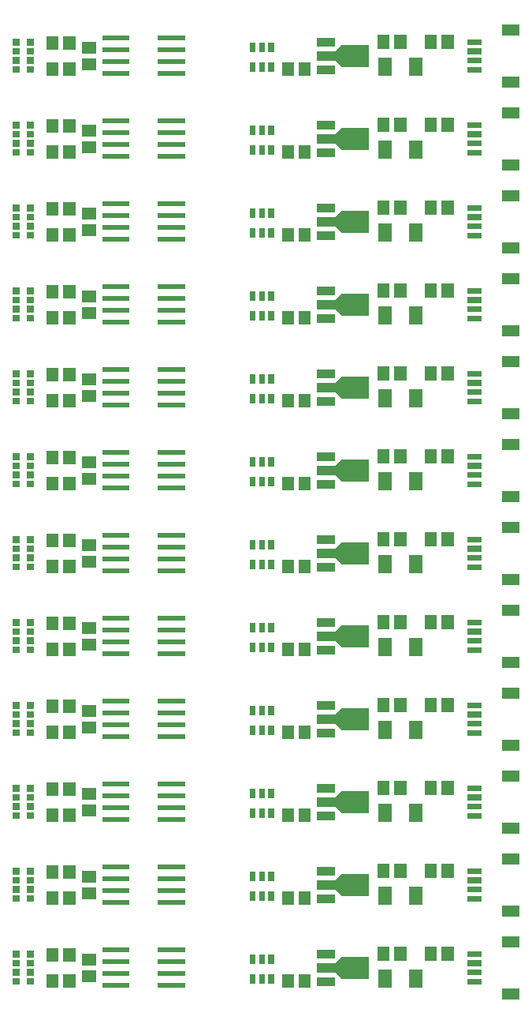
<source format=gbr>
G04 start of page 11 for group -4015 idx -4015 *
G04 Title: (unknown), toppaste *
G04 Creator: pcb 4.0.2 *
G04 CreationDate: Mon Jul 24 21:31:59 2023 UTC *
G04 For: railfan *
G04 Format: Gerber/RS-274X *
G04 PCB-Dimensions (mil): 3000.00 5500.00 *
G04 PCB-Coordinate-Origin: lower left *
%MOIN*%
%FSLAX25Y25*%
%LNTOPPASTE*%
%ADD54C,0.0001*%
G54D54*G36*
X228750Y466750D02*X223250D01*
Y459250D01*
X228750D01*
Y466750D01*
G37*
G36*
X215750D02*X210250D01*
Y459250D01*
X215750D01*
Y466750D01*
G37*
G36*
X85048Y466516D02*Y461398D01*
X90952D01*
Y466516D01*
X85048D01*
G37*
G36*
Y473602D02*Y468484D01*
X90952D01*
Y473602D01*
X85048D01*
G37*
G36*
X75016Y464952D02*X69898D01*
Y459048D01*
X75016D01*
Y464952D01*
G37*
G36*
X82102D02*X76984D01*
Y459048D01*
X82102D01*
Y464952D01*
G37*
G36*
X75016Y475952D02*X69898D01*
Y470048D01*
X75016D01*
Y475952D01*
G37*
G36*
X82102D02*X76984D01*
Y470048D01*
X82102D01*
Y475952D01*
G37*
G36*
X166100Y473000D02*X163700D01*
Y469000D01*
X166100D01*
Y473000D01*
G37*
G36*
X162200D02*X159800D01*
Y469000D01*
X162200D01*
Y473000D01*
G37*
G36*
X158300D02*X155900D01*
Y469000D01*
X158300D01*
Y473000D01*
G37*
G36*
Y464800D02*X155900D01*
Y460800D01*
X158300D01*
Y464800D01*
G37*
G36*
X162200D02*X159800D01*
Y460800D01*
X162200D01*
Y464800D01*
G37*
G36*
X166100D02*X163700D01*
Y460800D01*
X166100D01*
Y464800D01*
G37*
G36*
X184126Y475296D02*Y471516D01*
X192000D01*
Y475296D01*
X184126D01*
G37*
G36*
Y469390D02*Y465610D01*
X199716D01*
Y469390D01*
X184126D01*
G37*
G36*
X194835Y472225D02*Y462775D01*
X206175D01*
Y472225D01*
X194835D01*
G37*
G36*
X196255Y470805D02*X194835Y472225D01*
X191995Y469385D01*
X193415Y467965D01*
X196255Y470805D01*
G37*
G36*
X193415Y467035D02*X191995Y465615D01*
X194835Y462775D01*
X196255Y464195D01*
X193415Y467035D01*
G37*
G36*
X184126Y463484D02*Y459704D01*
X192000D01*
Y463484D01*
X184126D01*
G37*
G36*
X181602Y464952D02*X176484D01*
Y459048D01*
X181602D01*
Y464952D01*
G37*
G36*
X174516D02*X169398D01*
Y459048D01*
X174516D01*
Y464952D01*
G37*
G36*
X215016Y476452D02*X209898D01*
Y470548D01*
X215016D01*
Y476452D01*
G37*
G36*
X222102D02*X216984D01*
Y470548D01*
X222102D01*
Y476452D01*
G37*
G36*
X235016D02*X229898D01*
Y470548D01*
X235016D01*
Y476452D01*
G37*
G36*
X242102D02*X236984D01*
Y470548D01*
X242102D01*
Y476452D01*
G37*
G36*
X96500Y476000D02*Y474000D01*
X105000D01*
Y476000D01*
X96500D01*
G37*
G36*
Y471000D02*Y469000D01*
X105000D01*
Y471000D01*
X96500D01*
G37*
G36*
Y466000D02*Y464000D01*
X105000D01*
Y466000D01*
X96500D01*
G37*
G36*
Y461000D02*Y459000D01*
X105000D01*
Y461000D01*
X96500D01*
G37*
G36*
X117000D02*Y459000D01*
X125500D01*
Y461000D01*
X117000D01*
G37*
G36*
Y466000D02*Y464000D01*
X125500D01*
Y466000D01*
X117000D01*
G37*
G36*
Y471000D02*Y469000D01*
X125500D01*
Y471000D01*
X117000D01*
G37*
G36*
Y476000D02*Y474000D01*
X125500D01*
Y476000D01*
X117000D01*
G37*
G36*
X93500D02*Y474000D01*
X102000D01*
Y476000D01*
X93500D01*
G37*
G36*
Y471000D02*Y469000D01*
X102000D01*
Y471000D01*
X93500D01*
G37*
G36*
Y466000D02*Y464000D01*
X102000D01*
Y466000D01*
X93500D01*
G37*
G36*
Y461000D02*Y459000D01*
X102000D01*
Y461000D01*
X93500D01*
G37*
G36*
X120000D02*Y459000D01*
X128500D01*
Y461000D01*
X120000D01*
G37*
G36*
Y466000D02*Y464000D01*
X128500D01*
Y466000D01*
X120000D01*
G37*
G36*
Y471000D02*Y469000D01*
X128500D01*
Y471000D01*
X120000D01*
G37*
G36*
Y476000D02*Y474000D01*
X128500D01*
Y476000D01*
X120000D01*
G37*
G36*
X61574Y463190D02*Y460354D01*
X64410D01*
Y463190D01*
X61574D01*
G37*
G36*
Y467008D02*Y464173D01*
X64410D01*
Y467008D01*
X61574D01*
G37*
G36*
Y470827D02*Y467992D01*
X64410D01*
Y470827D01*
X61574D01*
G37*
G36*
Y474646D02*Y471810D01*
X64410D01*
Y474646D01*
X61574D01*
G37*
G36*
X55590D02*Y471810D01*
X58426D01*
Y474646D01*
X55590D01*
G37*
G36*
Y470827D02*Y467992D01*
X58426D01*
Y470827D01*
X55590D01*
G37*
G36*
Y467008D02*Y464173D01*
X58426D01*
Y467008D01*
X55590D01*
G37*
G36*
Y463190D02*Y460354D01*
X58426D01*
Y463190D01*
X55590D01*
G37*
G36*
X228750Y431750D02*X223250D01*
Y424250D01*
X228750D01*
Y431750D01*
G37*
G36*
X215750D02*X210250D01*
Y424250D01*
X215750D01*
Y431750D01*
G37*
G36*
X85048Y431516D02*Y426398D01*
X90952D01*
Y431516D01*
X85048D01*
G37*
G36*
Y438602D02*Y433484D01*
X90952D01*
Y438602D01*
X85048D01*
G37*
G36*
X75016Y429952D02*X69898D01*
Y424048D01*
X75016D01*
Y429952D01*
G37*
G36*
X82102D02*X76984D01*
Y424048D01*
X82102D01*
Y429952D01*
G37*
G36*
X75016Y440952D02*X69898D01*
Y435048D01*
X75016D01*
Y440952D01*
G37*
G36*
X82102D02*X76984D01*
Y435048D01*
X82102D01*
Y440952D01*
G37*
G36*
X166100Y438000D02*X163700D01*
Y434000D01*
X166100D01*
Y438000D01*
G37*
G36*
X162200D02*X159800D01*
Y434000D01*
X162200D01*
Y438000D01*
G37*
G36*
X158300D02*X155900D01*
Y434000D01*
X158300D01*
Y438000D01*
G37*
G36*
Y429800D02*X155900D01*
Y425800D01*
X158300D01*
Y429800D01*
G37*
G36*
X162200D02*X159800D01*
Y425800D01*
X162200D01*
Y429800D01*
G37*
G36*
X166100D02*X163700D01*
Y425800D01*
X166100D01*
Y429800D01*
G37*
G36*
X184126Y440296D02*Y436516D01*
X192000D01*
Y440296D01*
X184126D01*
G37*
G36*
Y434390D02*Y430610D01*
X199716D01*
Y434390D01*
X184126D01*
G37*
G36*
X194835Y437225D02*Y427775D01*
X206175D01*
Y437225D01*
X194835D01*
G37*
G36*
X196255Y435805D02*X194835Y437225D01*
X191995Y434385D01*
X193415Y432965D01*
X196255Y435805D01*
G37*
G36*
X193415Y432035D02*X191995Y430615D01*
X194835Y427775D01*
X196255Y429195D01*
X193415Y432035D01*
G37*
G36*
X184126Y428484D02*Y424704D01*
X192000D01*
Y428484D01*
X184126D01*
G37*
G36*
X181602Y429952D02*X176484D01*
Y424048D01*
X181602D01*
Y429952D01*
G37*
G36*
X174516D02*X169398D01*
Y424048D01*
X174516D01*
Y429952D01*
G37*
G36*
X215016Y441452D02*X209898D01*
Y435548D01*
X215016D01*
Y441452D01*
G37*
G36*
X222102D02*X216984D01*
Y435548D01*
X222102D01*
Y441452D01*
G37*
G36*
X235016D02*X229898D01*
Y435548D01*
X235016D01*
Y441452D01*
G37*
G36*
X242102D02*X236984D01*
Y435548D01*
X242102D01*
Y441452D01*
G37*
G36*
X96500Y441000D02*Y439000D01*
X105000D01*
Y441000D01*
X96500D01*
G37*
G36*
Y436000D02*Y434000D01*
X105000D01*
Y436000D01*
X96500D01*
G37*
G36*
Y431000D02*Y429000D01*
X105000D01*
Y431000D01*
X96500D01*
G37*
G36*
Y426000D02*Y424000D01*
X105000D01*
Y426000D01*
X96500D01*
G37*
G36*
X117000D02*Y424000D01*
X125500D01*
Y426000D01*
X117000D01*
G37*
G36*
Y431000D02*Y429000D01*
X125500D01*
Y431000D01*
X117000D01*
G37*
G36*
Y436000D02*Y434000D01*
X125500D01*
Y436000D01*
X117000D01*
G37*
G36*
Y441000D02*Y439000D01*
X125500D01*
Y441000D01*
X117000D01*
G37*
G36*
X93500D02*Y439000D01*
X102000D01*
Y441000D01*
X93500D01*
G37*
G36*
Y436000D02*Y434000D01*
X102000D01*
Y436000D01*
X93500D01*
G37*
G36*
Y431000D02*Y429000D01*
X102000D01*
Y431000D01*
X93500D01*
G37*
G36*
Y426000D02*Y424000D01*
X102000D01*
Y426000D01*
X93500D01*
G37*
G36*
X120000D02*Y424000D01*
X128500D01*
Y426000D01*
X120000D01*
G37*
G36*
Y431000D02*Y429000D01*
X128500D01*
Y431000D01*
X120000D01*
G37*
G36*
Y436000D02*Y434000D01*
X128500D01*
Y436000D01*
X120000D01*
G37*
G36*
Y441000D02*Y439000D01*
X128500D01*
Y441000D01*
X120000D01*
G37*
G36*
X61574Y428190D02*Y425354D01*
X64410D01*
Y428190D01*
X61574D01*
G37*
G36*
Y432008D02*Y429173D01*
X64410D01*
Y432008D01*
X61574D01*
G37*
G36*
Y435827D02*Y432992D01*
X64410D01*
Y435827D01*
X61574D01*
G37*
G36*
Y439646D02*Y436810D01*
X64410D01*
Y439646D01*
X61574D01*
G37*
G36*
X55590D02*Y436810D01*
X58426D01*
Y439646D01*
X55590D01*
G37*
G36*
Y435827D02*Y432992D01*
X58426D01*
Y435827D01*
X55590D01*
G37*
G36*
Y432008D02*Y429173D01*
X58426D01*
Y432008D01*
X55590D01*
G37*
G36*
Y428190D02*Y425354D01*
X58426D01*
Y428190D01*
X55590D01*
G37*
G36*
X228750Y396750D02*X223250D01*
Y389250D01*
X228750D01*
Y396750D01*
G37*
G36*
X215750D02*X210250D01*
Y389250D01*
X215750D01*
Y396750D01*
G37*
G36*
X85048Y396516D02*Y391398D01*
X90952D01*
Y396516D01*
X85048D01*
G37*
G36*
Y403602D02*Y398484D01*
X90952D01*
Y403602D01*
X85048D01*
G37*
G36*
X75016Y394952D02*X69898D01*
Y389048D01*
X75016D01*
Y394952D01*
G37*
G36*
X82102D02*X76984D01*
Y389048D01*
X82102D01*
Y394952D01*
G37*
G36*
X75016Y405952D02*X69898D01*
Y400048D01*
X75016D01*
Y405952D01*
G37*
G36*
X82102D02*X76984D01*
Y400048D01*
X82102D01*
Y405952D01*
G37*
G36*
X166100Y403000D02*X163700D01*
Y399000D01*
X166100D01*
Y403000D01*
G37*
G36*
X162200D02*X159800D01*
Y399000D01*
X162200D01*
Y403000D01*
G37*
G36*
X158300D02*X155900D01*
Y399000D01*
X158300D01*
Y403000D01*
G37*
G36*
Y394800D02*X155900D01*
Y390800D01*
X158300D01*
Y394800D01*
G37*
G36*
X162200D02*X159800D01*
Y390800D01*
X162200D01*
Y394800D01*
G37*
G36*
X166100D02*X163700D01*
Y390800D01*
X166100D01*
Y394800D01*
G37*
G36*
X184126Y405296D02*Y401516D01*
X192000D01*
Y405296D01*
X184126D01*
G37*
G36*
Y399390D02*Y395610D01*
X199716D01*
Y399390D01*
X184126D01*
G37*
G36*
X194835Y402225D02*Y392775D01*
X206175D01*
Y402225D01*
X194835D01*
G37*
G36*
X196255Y400805D02*X194835Y402225D01*
X191995Y399385D01*
X193415Y397965D01*
X196255Y400805D01*
G37*
G36*
X193415Y397035D02*X191995Y395615D01*
X194835Y392775D01*
X196255Y394195D01*
X193415Y397035D01*
G37*
G36*
X184126Y393484D02*Y389704D01*
X192000D01*
Y393484D01*
X184126D01*
G37*
G36*
X181602Y394952D02*X176484D01*
Y389048D01*
X181602D01*
Y394952D01*
G37*
G36*
X174516D02*X169398D01*
Y389048D01*
X174516D01*
Y394952D01*
G37*
G36*
X215016Y406452D02*X209898D01*
Y400548D01*
X215016D01*
Y406452D01*
G37*
G36*
X222102D02*X216984D01*
Y400548D01*
X222102D01*
Y406452D01*
G37*
G36*
X235016D02*X229898D01*
Y400548D01*
X235016D01*
Y406452D01*
G37*
G36*
X242102D02*X236984D01*
Y400548D01*
X242102D01*
Y406452D01*
G37*
G36*
X96500Y406000D02*Y404000D01*
X105000D01*
Y406000D01*
X96500D01*
G37*
G36*
Y401000D02*Y399000D01*
X105000D01*
Y401000D01*
X96500D01*
G37*
G36*
Y396000D02*Y394000D01*
X105000D01*
Y396000D01*
X96500D01*
G37*
G36*
Y391000D02*Y389000D01*
X105000D01*
Y391000D01*
X96500D01*
G37*
G36*
X117000D02*Y389000D01*
X125500D01*
Y391000D01*
X117000D01*
G37*
G36*
Y396000D02*Y394000D01*
X125500D01*
Y396000D01*
X117000D01*
G37*
G36*
Y401000D02*Y399000D01*
X125500D01*
Y401000D01*
X117000D01*
G37*
G36*
Y406000D02*Y404000D01*
X125500D01*
Y406000D01*
X117000D01*
G37*
G36*
X93500D02*Y404000D01*
X102000D01*
Y406000D01*
X93500D01*
G37*
G36*
Y401000D02*Y399000D01*
X102000D01*
Y401000D01*
X93500D01*
G37*
G36*
Y396000D02*Y394000D01*
X102000D01*
Y396000D01*
X93500D01*
G37*
G36*
Y391000D02*Y389000D01*
X102000D01*
Y391000D01*
X93500D01*
G37*
G36*
X120000D02*Y389000D01*
X128500D01*
Y391000D01*
X120000D01*
G37*
G36*
Y396000D02*Y394000D01*
X128500D01*
Y396000D01*
X120000D01*
G37*
G36*
Y401000D02*Y399000D01*
X128500D01*
Y401000D01*
X120000D01*
G37*
G36*
Y406000D02*Y404000D01*
X128500D01*
Y406000D01*
X120000D01*
G37*
G36*
X61574Y393190D02*Y390354D01*
X64410D01*
Y393190D01*
X61574D01*
G37*
G36*
Y397008D02*Y394174D01*
X64410D01*
Y397008D01*
X61574D01*
G37*
G36*
Y400826D02*Y397992D01*
X64410D01*
Y400826D01*
X61574D01*
G37*
G36*
Y404646D02*Y401810D01*
X64410D01*
Y404646D01*
X61574D01*
G37*
G36*
X55590D02*Y401810D01*
X58426D01*
Y404646D01*
X55590D01*
G37*
G36*
Y400826D02*Y397992D01*
X58426D01*
Y400826D01*
X55590D01*
G37*
G36*
Y397008D02*Y394174D01*
X58426D01*
Y397008D01*
X55590D01*
G37*
G36*
Y393190D02*Y390354D01*
X58426D01*
Y393190D01*
X55590D01*
G37*
G36*
X228750Y361750D02*X223250D01*
Y354250D01*
X228750D01*
Y361750D01*
G37*
G36*
X215750D02*X210250D01*
Y354250D01*
X215750D01*
Y361750D01*
G37*
G36*
X85048Y361516D02*Y356398D01*
X90952D01*
Y361516D01*
X85048D01*
G37*
G36*
Y368602D02*Y363484D01*
X90952D01*
Y368602D01*
X85048D01*
G37*
G36*
X75016Y359952D02*X69898D01*
Y354048D01*
X75016D01*
Y359952D01*
G37*
G36*
X82102D02*X76984D01*
Y354048D01*
X82102D01*
Y359952D01*
G37*
G36*
X75016Y370952D02*X69898D01*
Y365048D01*
X75016D01*
Y370952D01*
G37*
G36*
X82102D02*X76984D01*
Y365048D01*
X82102D01*
Y370952D01*
G37*
G36*
X166100Y368000D02*X163700D01*
Y364000D01*
X166100D01*
Y368000D01*
G37*
G36*
X162200D02*X159800D01*
Y364000D01*
X162200D01*
Y368000D01*
G37*
G36*
X158300D02*X155900D01*
Y364000D01*
X158300D01*
Y368000D01*
G37*
G36*
Y359800D02*X155900D01*
Y355800D01*
X158300D01*
Y359800D01*
G37*
G36*
X162200D02*X159800D01*
Y355800D01*
X162200D01*
Y359800D01*
G37*
G36*
X166100D02*X163700D01*
Y355800D01*
X166100D01*
Y359800D01*
G37*
G36*
X184126Y370296D02*Y366516D01*
X192000D01*
Y370296D01*
X184126D01*
G37*
G36*
Y364390D02*Y360610D01*
X199716D01*
Y364390D01*
X184126D01*
G37*
G36*
X194835Y367225D02*Y357775D01*
X206175D01*
Y367225D01*
X194835D01*
G37*
G36*
X196255Y365805D02*X194835Y367225D01*
X191995Y364385D01*
X193415Y362965D01*
X196255Y365805D01*
G37*
G36*
X193415Y362035D02*X191995Y360615D01*
X194835Y357775D01*
X196255Y359195D01*
X193415Y362035D01*
G37*
G36*
X184126Y358484D02*Y354704D01*
X192000D01*
Y358484D01*
X184126D01*
G37*
G36*
X181602Y359952D02*X176484D01*
Y354048D01*
X181602D01*
Y359952D01*
G37*
G36*
X174516D02*X169398D01*
Y354048D01*
X174516D01*
Y359952D01*
G37*
G36*
X215016Y371452D02*X209898D01*
Y365548D01*
X215016D01*
Y371452D01*
G37*
G36*
X222102D02*X216984D01*
Y365548D01*
X222102D01*
Y371452D01*
G37*
G36*
X235016D02*X229898D01*
Y365548D01*
X235016D01*
Y371452D01*
G37*
G36*
X242102D02*X236984D01*
Y365548D01*
X242102D01*
Y371452D01*
G37*
G36*
X96500Y371000D02*Y369000D01*
X105000D01*
Y371000D01*
X96500D01*
G37*
G36*
Y366000D02*Y364000D01*
X105000D01*
Y366000D01*
X96500D01*
G37*
G36*
Y361000D02*Y359000D01*
X105000D01*
Y361000D01*
X96500D01*
G37*
G36*
Y356000D02*Y354000D01*
X105000D01*
Y356000D01*
X96500D01*
G37*
G36*
X117000D02*Y354000D01*
X125500D01*
Y356000D01*
X117000D01*
G37*
G36*
Y361000D02*Y359000D01*
X125500D01*
Y361000D01*
X117000D01*
G37*
G36*
Y366000D02*Y364000D01*
X125500D01*
Y366000D01*
X117000D01*
G37*
G36*
Y371000D02*Y369000D01*
X125500D01*
Y371000D01*
X117000D01*
G37*
G36*
X93500D02*Y369000D01*
X102000D01*
Y371000D01*
X93500D01*
G37*
G36*
Y366000D02*Y364000D01*
X102000D01*
Y366000D01*
X93500D01*
G37*
G36*
Y361000D02*Y359000D01*
X102000D01*
Y361000D01*
X93500D01*
G37*
G36*
Y356000D02*Y354000D01*
X102000D01*
Y356000D01*
X93500D01*
G37*
G36*
X120000D02*Y354000D01*
X128500D01*
Y356000D01*
X120000D01*
G37*
G36*
Y361000D02*Y359000D01*
X128500D01*
Y361000D01*
X120000D01*
G37*
G36*
Y366000D02*Y364000D01*
X128500D01*
Y366000D01*
X120000D01*
G37*
G36*
Y371000D02*Y369000D01*
X128500D01*
Y371000D01*
X120000D01*
G37*
G36*
X61574Y358190D02*Y355354D01*
X64410D01*
Y358190D01*
X61574D01*
G37*
G36*
Y362008D02*Y359174D01*
X64410D01*
Y362008D01*
X61574D01*
G37*
G36*
Y365826D02*Y362992D01*
X64410D01*
Y365826D01*
X61574D01*
G37*
G36*
Y369646D02*Y366810D01*
X64410D01*
Y369646D01*
X61574D01*
G37*
G36*
X55590D02*Y366810D01*
X58426D01*
Y369646D01*
X55590D01*
G37*
G36*
Y365826D02*Y362992D01*
X58426D01*
Y365826D01*
X55590D01*
G37*
G36*
Y362008D02*Y359174D01*
X58426D01*
Y362008D01*
X55590D01*
G37*
G36*
Y358190D02*Y355354D01*
X58426D01*
Y358190D01*
X55590D01*
G37*
G36*
X228750Y326750D02*X223250D01*
Y319250D01*
X228750D01*
Y326750D01*
G37*
G36*
X215750D02*X210250D01*
Y319250D01*
X215750D01*
Y326750D01*
G37*
G36*
X85048Y326516D02*Y321398D01*
X90952D01*
Y326516D01*
X85048D01*
G37*
G36*
Y333602D02*Y328484D01*
X90952D01*
Y333602D01*
X85048D01*
G37*
G36*
X75016Y324952D02*X69898D01*
Y319048D01*
X75016D01*
Y324952D01*
G37*
G36*
X82102D02*X76984D01*
Y319048D01*
X82102D01*
Y324952D01*
G37*
G36*
X75016Y335952D02*X69898D01*
Y330048D01*
X75016D01*
Y335952D01*
G37*
G36*
X82102D02*X76984D01*
Y330048D01*
X82102D01*
Y335952D01*
G37*
G36*
X166100Y333000D02*X163700D01*
Y329000D01*
X166100D01*
Y333000D01*
G37*
G36*
X162200D02*X159800D01*
Y329000D01*
X162200D01*
Y333000D01*
G37*
G36*
X158300D02*X155900D01*
Y329000D01*
X158300D01*
Y333000D01*
G37*
G36*
Y324800D02*X155900D01*
Y320800D01*
X158300D01*
Y324800D01*
G37*
G36*
X162200D02*X159800D01*
Y320800D01*
X162200D01*
Y324800D01*
G37*
G36*
X166100D02*X163700D01*
Y320800D01*
X166100D01*
Y324800D01*
G37*
G36*
X184126Y335296D02*Y331516D01*
X192000D01*
Y335296D01*
X184126D01*
G37*
G36*
Y329390D02*Y325610D01*
X199716D01*
Y329390D01*
X184126D01*
G37*
G36*
X194835Y332225D02*Y322775D01*
X206175D01*
Y332225D01*
X194835D01*
G37*
G36*
X196255Y330805D02*X194835Y332225D01*
X191995Y329385D01*
X193415Y327965D01*
X196255Y330805D01*
G37*
G36*
X193415Y327035D02*X191995Y325615D01*
X194835Y322775D01*
X196255Y324195D01*
X193415Y327035D01*
G37*
G36*
X184126Y323484D02*Y319704D01*
X192000D01*
Y323484D01*
X184126D01*
G37*
G36*
X181602Y324952D02*X176484D01*
Y319048D01*
X181602D01*
Y324952D01*
G37*
G36*
X174516D02*X169398D01*
Y319048D01*
X174516D01*
Y324952D01*
G37*
G36*
X215016Y336452D02*X209898D01*
Y330548D01*
X215016D01*
Y336452D01*
G37*
G36*
X222102D02*X216984D01*
Y330548D01*
X222102D01*
Y336452D01*
G37*
G36*
X235016D02*X229898D01*
Y330548D01*
X235016D01*
Y336452D01*
G37*
G36*
X242102D02*X236984D01*
Y330548D01*
X242102D01*
Y336452D01*
G37*
G36*
X96500Y336000D02*Y334000D01*
X105000D01*
Y336000D01*
X96500D01*
G37*
G36*
Y331000D02*Y329000D01*
X105000D01*
Y331000D01*
X96500D01*
G37*
G36*
Y326000D02*Y324000D01*
X105000D01*
Y326000D01*
X96500D01*
G37*
G36*
Y321000D02*Y319000D01*
X105000D01*
Y321000D01*
X96500D01*
G37*
G36*
X117000D02*Y319000D01*
X125500D01*
Y321000D01*
X117000D01*
G37*
G36*
Y326000D02*Y324000D01*
X125500D01*
Y326000D01*
X117000D01*
G37*
G36*
Y331000D02*Y329000D01*
X125500D01*
Y331000D01*
X117000D01*
G37*
G36*
Y336000D02*Y334000D01*
X125500D01*
Y336000D01*
X117000D01*
G37*
G36*
X93500D02*Y334000D01*
X102000D01*
Y336000D01*
X93500D01*
G37*
G36*
Y331000D02*Y329000D01*
X102000D01*
Y331000D01*
X93500D01*
G37*
G36*
Y326000D02*Y324000D01*
X102000D01*
Y326000D01*
X93500D01*
G37*
G36*
Y321000D02*Y319000D01*
X102000D01*
Y321000D01*
X93500D01*
G37*
G36*
X120000D02*Y319000D01*
X128500D01*
Y321000D01*
X120000D01*
G37*
G36*
Y326000D02*Y324000D01*
X128500D01*
Y326000D01*
X120000D01*
G37*
G36*
Y331000D02*Y329000D01*
X128500D01*
Y331000D01*
X120000D01*
G37*
G36*
Y336000D02*Y334000D01*
X128500D01*
Y336000D01*
X120000D01*
G37*
G36*
X61574Y323190D02*Y320354D01*
X64410D01*
Y323190D01*
X61574D01*
G37*
G36*
Y327008D02*Y324174D01*
X64410D01*
Y327008D01*
X61574D01*
G37*
G36*
Y330826D02*Y327992D01*
X64410D01*
Y330826D01*
X61574D01*
G37*
G36*
Y334646D02*Y331810D01*
X64410D01*
Y334646D01*
X61574D01*
G37*
G36*
X55590D02*Y331810D01*
X58426D01*
Y334646D01*
X55590D01*
G37*
G36*
Y330826D02*Y327992D01*
X58426D01*
Y330826D01*
X55590D01*
G37*
G36*
Y327008D02*Y324174D01*
X58426D01*
Y327008D01*
X55590D01*
G37*
G36*
Y323190D02*Y320354D01*
X58426D01*
Y323190D01*
X55590D01*
G37*
G36*
X228750Y291750D02*X223250D01*
Y284250D01*
X228750D01*
Y291750D01*
G37*
G36*
X215750D02*X210250D01*
Y284250D01*
X215750D01*
Y291750D01*
G37*
G36*
X85048Y291516D02*Y286398D01*
X90952D01*
Y291516D01*
X85048D01*
G37*
G36*
Y298602D02*Y293484D01*
X90952D01*
Y298602D01*
X85048D01*
G37*
G36*
X75016Y289952D02*X69898D01*
Y284048D01*
X75016D01*
Y289952D01*
G37*
G36*
X82102D02*X76984D01*
Y284048D01*
X82102D01*
Y289952D01*
G37*
G36*
X75016Y300952D02*X69898D01*
Y295048D01*
X75016D01*
Y300952D01*
G37*
G36*
X82102D02*X76984D01*
Y295048D01*
X82102D01*
Y300952D01*
G37*
G36*
X166100Y298000D02*X163700D01*
Y294000D01*
X166100D01*
Y298000D01*
G37*
G36*
X162200D02*X159800D01*
Y294000D01*
X162200D01*
Y298000D01*
G37*
G36*
X158300D02*X155900D01*
Y294000D01*
X158300D01*
Y298000D01*
G37*
G36*
Y289800D02*X155900D01*
Y285800D01*
X158300D01*
Y289800D01*
G37*
G36*
X162200D02*X159800D01*
Y285800D01*
X162200D01*
Y289800D01*
G37*
G36*
X166100D02*X163700D01*
Y285800D01*
X166100D01*
Y289800D01*
G37*
G36*
X184126Y300296D02*Y296516D01*
X192000D01*
Y300296D01*
X184126D01*
G37*
G36*
Y294390D02*Y290610D01*
X199716D01*
Y294390D01*
X184126D01*
G37*
G36*
X194835Y297225D02*Y287775D01*
X206175D01*
Y297225D01*
X194835D01*
G37*
G36*
X196255Y295805D02*X194835Y297225D01*
X191995Y294385D01*
X193415Y292965D01*
X196255Y295805D01*
G37*
G36*
X193415Y292035D02*X191995Y290615D01*
X194835Y287775D01*
X196255Y289195D01*
X193415Y292035D01*
G37*
G36*
X184126Y288484D02*Y284704D01*
X192000D01*
Y288484D01*
X184126D01*
G37*
G36*
X181602Y289952D02*X176484D01*
Y284048D01*
X181602D01*
Y289952D01*
G37*
G36*
X174516D02*X169398D01*
Y284048D01*
X174516D01*
Y289952D01*
G37*
G36*
X215016Y301452D02*X209898D01*
Y295548D01*
X215016D01*
Y301452D01*
G37*
G36*
X222102D02*X216984D01*
Y295548D01*
X222102D01*
Y301452D01*
G37*
G36*
X235016D02*X229898D01*
Y295548D01*
X235016D01*
Y301452D01*
G37*
G36*
X242102D02*X236984D01*
Y295548D01*
X242102D01*
Y301452D01*
G37*
G36*
X96500Y301000D02*Y299000D01*
X105000D01*
Y301000D01*
X96500D01*
G37*
G36*
Y296000D02*Y294000D01*
X105000D01*
Y296000D01*
X96500D01*
G37*
G36*
Y291000D02*Y289000D01*
X105000D01*
Y291000D01*
X96500D01*
G37*
G36*
Y286000D02*Y284000D01*
X105000D01*
Y286000D01*
X96500D01*
G37*
G36*
X117000D02*Y284000D01*
X125500D01*
Y286000D01*
X117000D01*
G37*
G36*
Y291000D02*Y289000D01*
X125500D01*
Y291000D01*
X117000D01*
G37*
G36*
Y296000D02*Y294000D01*
X125500D01*
Y296000D01*
X117000D01*
G37*
G36*
Y301000D02*Y299000D01*
X125500D01*
Y301000D01*
X117000D01*
G37*
G36*
X93500D02*Y299000D01*
X102000D01*
Y301000D01*
X93500D01*
G37*
G36*
Y296000D02*Y294000D01*
X102000D01*
Y296000D01*
X93500D01*
G37*
G36*
Y291000D02*Y289000D01*
X102000D01*
Y291000D01*
X93500D01*
G37*
G36*
Y286000D02*Y284000D01*
X102000D01*
Y286000D01*
X93500D01*
G37*
G36*
X120000D02*Y284000D01*
X128500D01*
Y286000D01*
X120000D01*
G37*
G36*
Y291000D02*Y289000D01*
X128500D01*
Y291000D01*
X120000D01*
G37*
G36*
Y296000D02*Y294000D01*
X128500D01*
Y296000D01*
X120000D01*
G37*
G36*
Y301000D02*Y299000D01*
X128500D01*
Y301000D01*
X120000D01*
G37*
G36*
X61574Y288190D02*Y285354D01*
X64410D01*
Y288190D01*
X61574D01*
G37*
G36*
Y292008D02*Y289174D01*
X64410D01*
Y292008D01*
X61574D01*
G37*
G36*
Y295826D02*Y292992D01*
X64410D01*
Y295826D01*
X61574D01*
G37*
G36*
Y299646D02*Y296810D01*
X64410D01*
Y299646D01*
X61574D01*
G37*
G36*
X55590D02*Y296810D01*
X58426D01*
Y299646D01*
X55590D01*
G37*
G36*
Y295826D02*Y292992D01*
X58426D01*
Y295826D01*
X55590D01*
G37*
G36*
Y292008D02*Y289174D01*
X58426D01*
Y292008D01*
X55590D01*
G37*
G36*
Y288190D02*Y285354D01*
X58426D01*
Y288190D01*
X55590D01*
G37*
G36*
X228750Y256750D02*X223250D01*
Y249250D01*
X228750D01*
Y256750D01*
G37*
G36*
X215750D02*X210250D01*
Y249250D01*
X215750D01*
Y256750D01*
G37*
G36*
X85048Y256516D02*Y251398D01*
X90952D01*
Y256516D01*
X85048D01*
G37*
G36*
Y263602D02*Y258484D01*
X90952D01*
Y263602D01*
X85048D01*
G37*
G36*
X75016Y254952D02*X69898D01*
Y249048D01*
X75016D01*
Y254952D01*
G37*
G36*
X82102D02*X76984D01*
Y249048D01*
X82102D01*
Y254952D01*
G37*
G36*
X75016Y265952D02*X69898D01*
Y260048D01*
X75016D01*
Y265952D01*
G37*
G36*
X82102D02*X76984D01*
Y260048D01*
X82102D01*
Y265952D01*
G37*
G36*
X166100Y263000D02*X163700D01*
Y259000D01*
X166100D01*
Y263000D01*
G37*
G36*
X162200D02*X159800D01*
Y259000D01*
X162200D01*
Y263000D01*
G37*
G36*
X158300D02*X155900D01*
Y259000D01*
X158300D01*
Y263000D01*
G37*
G36*
Y254800D02*X155900D01*
Y250800D01*
X158300D01*
Y254800D01*
G37*
G36*
X162200D02*X159800D01*
Y250800D01*
X162200D01*
Y254800D01*
G37*
G36*
X166100D02*X163700D01*
Y250800D01*
X166100D01*
Y254800D01*
G37*
G36*
X184126Y265296D02*Y261516D01*
X192000D01*
Y265296D01*
X184126D01*
G37*
G36*
Y259390D02*Y255610D01*
X199716D01*
Y259390D01*
X184126D01*
G37*
G36*
X194835Y262225D02*Y252775D01*
X206175D01*
Y262225D01*
X194835D01*
G37*
G36*
X196255Y260805D02*X194835Y262225D01*
X191995Y259385D01*
X193415Y257965D01*
X196255Y260805D01*
G37*
G36*
X193415Y257035D02*X191995Y255615D01*
X194835Y252775D01*
X196255Y254195D01*
X193415Y257035D01*
G37*
G36*
X184126Y253484D02*Y249704D01*
X192000D01*
Y253484D01*
X184126D01*
G37*
G36*
X181602Y254952D02*X176484D01*
Y249048D01*
X181602D01*
Y254952D01*
G37*
G36*
X174516D02*X169398D01*
Y249048D01*
X174516D01*
Y254952D01*
G37*
G36*
X215016Y266452D02*X209898D01*
Y260548D01*
X215016D01*
Y266452D01*
G37*
G36*
X222102D02*X216984D01*
Y260548D01*
X222102D01*
Y266452D01*
G37*
G36*
X235016D02*X229898D01*
Y260548D01*
X235016D01*
Y266452D01*
G37*
G36*
X242102D02*X236984D01*
Y260548D01*
X242102D01*
Y266452D01*
G37*
G36*
X96500Y266000D02*Y264000D01*
X105000D01*
Y266000D01*
X96500D01*
G37*
G36*
Y261000D02*Y259000D01*
X105000D01*
Y261000D01*
X96500D01*
G37*
G36*
Y256000D02*Y254000D01*
X105000D01*
Y256000D01*
X96500D01*
G37*
G36*
Y251000D02*Y249000D01*
X105000D01*
Y251000D01*
X96500D01*
G37*
G36*
X117000D02*Y249000D01*
X125500D01*
Y251000D01*
X117000D01*
G37*
G36*
Y256000D02*Y254000D01*
X125500D01*
Y256000D01*
X117000D01*
G37*
G36*
Y261000D02*Y259000D01*
X125500D01*
Y261000D01*
X117000D01*
G37*
G36*
Y266000D02*Y264000D01*
X125500D01*
Y266000D01*
X117000D01*
G37*
G36*
X93500D02*Y264000D01*
X102000D01*
Y266000D01*
X93500D01*
G37*
G36*
Y261000D02*Y259000D01*
X102000D01*
Y261000D01*
X93500D01*
G37*
G36*
Y256000D02*Y254000D01*
X102000D01*
Y256000D01*
X93500D01*
G37*
G36*
Y251000D02*Y249000D01*
X102000D01*
Y251000D01*
X93500D01*
G37*
G36*
X120000D02*Y249000D01*
X128500D01*
Y251000D01*
X120000D01*
G37*
G36*
Y256000D02*Y254000D01*
X128500D01*
Y256000D01*
X120000D01*
G37*
G36*
Y261000D02*Y259000D01*
X128500D01*
Y261000D01*
X120000D01*
G37*
G36*
Y266000D02*Y264000D01*
X128500D01*
Y266000D01*
X120000D01*
G37*
G36*
X61574Y253190D02*Y250354D01*
X64410D01*
Y253190D01*
X61574D01*
G37*
G36*
Y257008D02*Y254174D01*
X64410D01*
Y257008D01*
X61574D01*
G37*
G36*
Y260826D02*Y257992D01*
X64410D01*
Y260826D01*
X61574D01*
G37*
G36*
Y264646D02*Y261810D01*
X64410D01*
Y264646D01*
X61574D01*
G37*
G36*
X55590D02*Y261810D01*
X58426D01*
Y264646D01*
X55590D01*
G37*
G36*
Y260826D02*Y257992D01*
X58426D01*
Y260826D01*
X55590D01*
G37*
G36*
Y257008D02*Y254174D01*
X58426D01*
Y257008D01*
X55590D01*
G37*
G36*
Y253190D02*Y250354D01*
X58426D01*
Y253190D01*
X55590D01*
G37*
G36*
X228750Y221750D02*X223250D01*
Y214250D01*
X228750D01*
Y221750D01*
G37*
G36*
X215750D02*X210250D01*
Y214250D01*
X215750D01*
Y221750D01*
G37*
G36*
X85048Y221516D02*Y216398D01*
X90952D01*
Y221516D01*
X85048D01*
G37*
G36*
Y228602D02*Y223484D01*
X90952D01*
Y228602D01*
X85048D01*
G37*
G36*
X75016Y219952D02*X69898D01*
Y214048D01*
X75016D01*
Y219952D01*
G37*
G36*
X82102D02*X76984D01*
Y214048D01*
X82102D01*
Y219952D01*
G37*
G36*
X75016Y230952D02*X69898D01*
Y225048D01*
X75016D01*
Y230952D01*
G37*
G36*
X82102D02*X76984D01*
Y225048D01*
X82102D01*
Y230952D01*
G37*
G36*
X166100Y228000D02*X163700D01*
Y224000D01*
X166100D01*
Y228000D01*
G37*
G36*
X162200D02*X159800D01*
Y224000D01*
X162200D01*
Y228000D01*
G37*
G36*
X158300D02*X155900D01*
Y224000D01*
X158300D01*
Y228000D01*
G37*
G36*
Y219800D02*X155900D01*
Y215800D01*
X158300D01*
Y219800D01*
G37*
G36*
X162200D02*X159800D01*
Y215800D01*
X162200D01*
Y219800D01*
G37*
G36*
X166100D02*X163700D01*
Y215800D01*
X166100D01*
Y219800D01*
G37*
G36*
X184126Y230296D02*Y226516D01*
X192000D01*
Y230296D01*
X184126D01*
G37*
G36*
Y224390D02*Y220610D01*
X199716D01*
Y224390D01*
X184126D01*
G37*
G36*
X194835Y227225D02*Y217775D01*
X206175D01*
Y227225D01*
X194835D01*
G37*
G36*
X196255Y225805D02*X194835Y227225D01*
X191995Y224385D01*
X193415Y222965D01*
X196255Y225805D01*
G37*
G36*
X193415Y222035D02*X191995Y220615D01*
X194835Y217775D01*
X196255Y219195D01*
X193415Y222035D01*
G37*
G36*
X184126Y218484D02*Y214704D01*
X192000D01*
Y218484D01*
X184126D01*
G37*
G36*
X181602Y219952D02*X176484D01*
Y214048D01*
X181602D01*
Y219952D01*
G37*
G36*
X174516D02*X169398D01*
Y214048D01*
X174516D01*
Y219952D01*
G37*
G36*
X215016Y231452D02*X209898D01*
Y225548D01*
X215016D01*
Y231452D01*
G37*
G36*
X222102D02*X216984D01*
Y225548D01*
X222102D01*
Y231452D01*
G37*
G36*
X235016D02*X229898D01*
Y225548D01*
X235016D01*
Y231452D01*
G37*
G36*
X242102D02*X236984D01*
Y225548D01*
X242102D01*
Y231452D01*
G37*
G36*
X96500Y231000D02*Y229000D01*
X105000D01*
Y231000D01*
X96500D01*
G37*
G36*
Y226000D02*Y224000D01*
X105000D01*
Y226000D01*
X96500D01*
G37*
G36*
Y221000D02*Y219000D01*
X105000D01*
Y221000D01*
X96500D01*
G37*
G36*
Y216000D02*Y214000D01*
X105000D01*
Y216000D01*
X96500D01*
G37*
G36*
X117000D02*Y214000D01*
X125500D01*
Y216000D01*
X117000D01*
G37*
G36*
Y221000D02*Y219000D01*
X125500D01*
Y221000D01*
X117000D01*
G37*
G36*
Y226000D02*Y224000D01*
X125500D01*
Y226000D01*
X117000D01*
G37*
G36*
Y231000D02*Y229000D01*
X125500D01*
Y231000D01*
X117000D01*
G37*
G36*
X93500D02*Y229000D01*
X102000D01*
Y231000D01*
X93500D01*
G37*
G36*
Y226000D02*Y224000D01*
X102000D01*
Y226000D01*
X93500D01*
G37*
G36*
Y221000D02*Y219000D01*
X102000D01*
Y221000D01*
X93500D01*
G37*
G36*
Y216000D02*Y214000D01*
X102000D01*
Y216000D01*
X93500D01*
G37*
G36*
X120000D02*Y214000D01*
X128500D01*
Y216000D01*
X120000D01*
G37*
G36*
Y221000D02*Y219000D01*
X128500D01*
Y221000D01*
X120000D01*
G37*
G36*
Y226000D02*Y224000D01*
X128500D01*
Y226000D01*
X120000D01*
G37*
G36*
Y231000D02*Y229000D01*
X128500D01*
Y231000D01*
X120000D01*
G37*
G36*
X61574Y218190D02*Y215354D01*
X64410D01*
Y218190D01*
X61574D01*
G37*
G36*
Y222008D02*Y219174D01*
X64410D01*
Y222008D01*
X61574D01*
G37*
G36*
Y225826D02*Y222992D01*
X64410D01*
Y225826D01*
X61574D01*
G37*
G36*
Y229646D02*Y226810D01*
X64410D01*
Y229646D01*
X61574D01*
G37*
G36*
X55590D02*Y226810D01*
X58426D01*
Y229646D01*
X55590D01*
G37*
G36*
Y225826D02*Y222992D01*
X58426D01*
Y225826D01*
X55590D01*
G37*
G36*
Y222008D02*Y219174D01*
X58426D01*
Y222008D01*
X55590D01*
G37*
G36*
Y218190D02*Y215354D01*
X58426D01*
Y218190D01*
X55590D01*
G37*
G36*
X228750Y186750D02*X223250D01*
Y179250D01*
X228750D01*
Y186750D01*
G37*
G36*
X215750D02*X210250D01*
Y179250D01*
X215750D01*
Y186750D01*
G37*
G36*
X85048Y186516D02*Y181398D01*
X90952D01*
Y186516D01*
X85048D01*
G37*
G36*
Y193602D02*Y188484D01*
X90952D01*
Y193602D01*
X85048D01*
G37*
G36*
X75016Y184952D02*X69898D01*
Y179048D01*
X75016D01*
Y184952D01*
G37*
G36*
X82102D02*X76984D01*
Y179048D01*
X82102D01*
Y184952D01*
G37*
G36*
X75016Y195952D02*X69898D01*
Y190048D01*
X75016D01*
Y195952D01*
G37*
G36*
X82102D02*X76984D01*
Y190048D01*
X82102D01*
Y195952D01*
G37*
G36*
X166100Y193000D02*X163700D01*
Y189000D01*
X166100D01*
Y193000D01*
G37*
G36*
X162200D02*X159800D01*
Y189000D01*
X162200D01*
Y193000D01*
G37*
G36*
X158300D02*X155900D01*
Y189000D01*
X158300D01*
Y193000D01*
G37*
G36*
Y184800D02*X155900D01*
Y180800D01*
X158300D01*
Y184800D01*
G37*
G36*
X162200D02*X159800D01*
Y180800D01*
X162200D01*
Y184800D01*
G37*
G36*
X166100D02*X163700D01*
Y180800D01*
X166100D01*
Y184800D01*
G37*
G36*
X184126Y195296D02*Y191516D01*
X192000D01*
Y195296D01*
X184126D01*
G37*
G36*
Y189390D02*Y185610D01*
X199716D01*
Y189390D01*
X184126D01*
G37*
G36*
X194835Y192225D02*Y182775D01*
X206175D01*
Y192225D01*
X194835D01*
G37*
G36*
X196255Y190805D02*X194835Y192225D01*
X191995Y189385D01*
X193415Y187965D01*
X196255Y190805D01*
G37*
G36*
X193415Y187035D02*X191995Y185615D01*
X194835Y182775D01*
X196255Y184195D01*
X193415Y187035D01*
G37*
G36*
X184126Y183484D02*Y179704D01*
X192000D01*
Y183484D01*
X184126D01*
G37*
G36*
X181602Y184952D02*X176484D01*
Y179048D01*
X181602D01*
Y184952D01*
G37*
G36*
X174516D02*X169398D01*
Y179048D01*
X174516D01*
Y184952D01*
G37*
G36*
X215016Y196452D02*X209898D01*
Y190548D01*
X215016D01*
Y196452D01*
G37*
G36*
X222102D02*X216984D01*
Y190548D01*
X222102D01*
Y196452D01*
G37*
G36*
X235016D02*X229898D01*
Y190548D01*
X235016D01*
Y196452D01*
G37*
G36*
X242102D02*X236984D01*
Y190548D01*
X242102D01*
Y196452D01*
G37*
G36*
X96500Y196000D02*Y194000D01*
X105000D01*
Y196000D01*
X96500D01*
G37*
G36*
Y191000D02*Y189000D01*
X105000D01*
Y191000D01*
X96500D01*
G37*
G36*
Y186000D02*Y184000D01*
X105000D01*
Y186000D01*
X96500D01*
G37*
G36*
Y181000D02*Y179000D01*
X105000D01*
Y181000D01*
X96500D01*
G37*
G36*
X117000D02*Y179000D01*
X125500D01*
Y181000D01*
X117000D01*
G37*
G36*
Y186000D02*Y184000D01*
X125500D01*
Y186000D01*
X117000D01*
G37*
G36*
Y191000D02*Y189000D01*
X125500D01*
Y191000D01*
X117000D01*
G37*
G36*
Y196000D02*Y194000D01*
X125500D01*
Y196000D01*
X117000D01*
G37*
G36*
X93500D02*Y194000D01*
X102000D01*
Y196000D01*
X93500D01*
G37*
G36*
Y191000D02*Y189000D01*
X102000D01*
Y191000D01*
X93500D01*
G37*
G36*
Y186000D02*Y184000D01*
X102000D01*
Y186000D01*
X93500D01*
G37*
G36*
Y181000D02*Y179000D01*
X102000D01*
Y181000D01*
X93500D01*
G37*
G36*
X120000D02*Y179000D01*
X128500D01*
Y181000D01*
X120000D01*
G37*
G36*
Y186000D02*Y184000D01*
X128500D01*
Y186000D01*
X120000D01*
G37*
G36*
Y191000D02*Y189000D01*
X128500D01*
Y191000D01*
X120000D01*
G37*
G36*
Y196000D02*Y194000D01*
X128500D01*
Y196000D01*
X120000D01*
G37*
G36*
X61574Y183190D02*Y180354D01*
X64410D01*
Y183190D01*
X61574D01*
G37*
G36*
Y187008D02*Y184174D01*
X64410D01*
Y187008D01*
X61574D01*
G37*
G36*
Y190826D02*Y187992D01*
X64410D01*
Y190826D01*
X61574D01*
G37*
G36*
Y194646D02*Y191810D01*
X64410D01*
Y194646D01*
X61574D01*
G37*
G36*
X55590D02*Y191810D01*
X58426D01*
Y194646D01*
X55590D01*
G37*
G36*
Y190826D02*Y187992D01*
X58426D01*
Y190826D01*
X55590D01*
G37*
G36*
Y187008D02*Y184174D01*
X58426D01*
Y187008D01*
X55590D01*
G37*
G36*
Y183190D02*Y180354D01*
X58426D01*
Y183190D01*
X55590D01*
G37*
G36*
X228750Y151750D02*X223250D01*
Y144250D01*
X228750D01*
Y151750D01*
G37*
G36*
X215750D02*X210250D01*
Y144250D01*
X215750D01*
Y151750D01*
G37*
G36*
X85048Y151516D02*Y146398D01*
X90952D01*
Y151516D01*
X85048D01*
G37*
G36*
Y158602D02*Y153484D01*
X90952D01*
Y158602D01*
X85048D01*
G37*
G36*
X75016Y149952D02*X69898D01*
Y144048D01*
X75016D01*
Y149952D01*
G37*
G36*
X82102D02*X76984D01*
Y144048D01*
X82102D01*
Y149952D01*
G37*
G36*
X75016Y160952D02*X69898D01*
Y155048D01*
X75016D01*
Y160952D01*
G37*
G36*
X82102D02*X76984D01*
Y155048D01*
X82102D01*
Y160952D01*
G37*
G36*
X166100Y158000D02*X163700D01*
Y154000D01*
X166100D01*
Y158000D01*
G37*
G36*
X162200D02*X159800D01*
Y154000D01*
X162200D01*
Y158000D01*
G37*
G36*
X158300D02*X155900D01*
Y154000D01*
X158300D01*
Y158000D01*
G37*
G36*
Y149800D02*X155900D01*
Y145800D01*
X158300D01*
Y149800D01*
G37*
G36*
X162200D02*X159800D01*
Y145800D01*
X162200D01*
Y149800D01*
G37*
G36*
X166100D02*X163700D01*
Y145800D01*
X166100D01*
Y149800D01*
G37*
G36*
X184126Y160296D02*Y156516D01*
X192000D01*
Y160296D01*
X184126D01*
G37*
G36*
Y154390D02*Y150610D01*
X199716D01*
Y154390D01*
X184126D01*
G37*
G36*
X194835Y157225D02*Y147775D01*
X206175D01*
Y157225D01*
X194835D01*
G37*
G36*
X196255Y155805D02*X194835Y157225D01*
X191995Y154385D01*
X193415Y152965D01*
X196255Y155805D01*
G37*
G36*
X193415Y152035D02*X191995Y150615D01*
X194835Y147775D01*
X196255Y149195D01*
X193415Y152035D01*
G37*
G36*
X184126Y148484D02*Y144704D01*
X192000D01*
Y148484D01*
X184126D01*
G37*
G36*
X181602Y149952D02*X176484D01*
Y144048D01*
X181602D01*
Y149952D01*
G37*
G36*
X174516D02*X169398D01*
Y144048D01*
X174516D01*
Y149952D01*
G37*
G36*
X215016Y161452D02*X209898D01*
Y155548D01*
X215016D01*
Y161452D01*
G37*
G36*
X222102D02*X216984D01*
Y155548D01*
X222102D01*
Y161452D01*
G37*
G36*
X235016D02*X229898D01*
Y155548D01*
X235016D01*
Y161452D01*
G37*
G36*
X242102D02*X236984D01*
Y155548D01*
X242102D01*
Y161452D01*
G37*
G36*
X96500Y161000D02*Y159000D01*
X105000D01*
Y161000D01*
X96500D01*
G37*
G36*
Y156000D02*Y154000D01*
X105000D01*
Y156000D01*
X96500D01*
G37*
G36*
Y151000D02*Y149000D01*
X105000D01*
Y151000D01*
X96500D01*
G37*
G36*
Y146000D02*Y144000D01*
X105000D01*
Y146000D01*
X96500D01*
G37*
G36*
X117000D02*Y144000D01*
X125500D01*
Y146000D01*
X117000D01*
G37*
G36*
Y151000D02*Y149000D01*
X125500D01*
Y151000D01*
X117000D01*
G37*
G36*
Y156000D02*Y154000D01*
X125500D01*
Y156000D01*
X117000D01*
G37*
G36*
Y161000D02*Y159000D01*
X125500D01*
Y161000D01*
X117000D01*
G37*
G36*
X93500D02*Y159000D01*
X102000D01*
Y161000D01*
X93500D01*
G37*
G36*
Y156000D02*Y154000D01*
X102000D01*
Y156000D01*
X93500D01*
G37*
G36*
Y151000D02*Y149000D01*
X102000D01*
Y151000D01*
X93500D01*
G37*
G36*
Y146000D02*Y144000D01*
X102000D01*
Y146000D01*
X93500D01*
G37*
G36*
X120000D02*Y144000D01*
X128500D01*
Y146000D01*
X120000D01*
G37*
G36*
Y151000D02*Y149000D01*
X128500D01*
Y151000D01*
X120000D01*
G37*
G36*
Y156000D02*Y154000D01*
X128500D01*
Y156000D01*
X120000D01*
G37*
G36*
Y161000D02*Y159000D01*
X128500D01*
Y161000D01*
X120000D01*
G37*
G36*
X61574Y148190D02*Y145354D01*
X64410D01*
Y148190D01*
X61574D01*
G37*
G36*
Y152008D02*Y149174D01*
X64410D01*
Y152008D01*
X61574D01*
G37*
G36*
Y155826D02*Y152992D01*
X64410D01*
Y155826D01*
X61574D01*
G37*
G36*
Y159646D02*Y156810D01*
X64410D01*
Y159646D01*
X61574D01*
G37*
G36*
X55590D02*Y156810D01*
X58426D01*
Y159646D01*
X55590D01*
G37*
G36*
Y155826D02*Y152992D01*
X58426D01*
Y155826D01*
X55590D01*
G37*
G36*
Y152008D02*Y149174D01*
X58426D01*
Y152008D01*
X55590D01*
G37*
G36*
Y148190D02*Y145354D01*
X58426D01*
Y148190D01*
X55590D01*
G37*
G36*
X228750Y116750D02*X223250D01*
Y109250D01*
X228750D01*
Y116750D01*
G37*
G36*
X215750D02*X210250D01*
Y109250D01*
X215750D01*
Y116750D01*
G37*
G36*
X85048Y116516D02*Y111398D01*
X90952D01*
Y116516D01*
X85048D01*
G37*
G36*
Y123602D02*Y118484D01*
X90952D01*
Y123602D01*
X85048D01*
G37*
G36*
X75016Y114952D02*X69898D01*
Y109048D01*
X75016D01*
Y114952D01*
G37*
G36*
X82102D02*X76984D01*
Y109048D01*
X82102D01*
Y114952D01*
G37*
G36*
X75016Y125952D02*X69898D01*
Y120048D01*
X75016D01*
Y125952D01*
G37*
G36*
X82102D02*X76984D01*
Y120048D01*
X82102D01*
Y125952D01*
G37*
G36*
X166100Y123000D02*X163700D01*
Y119000D01*
X166100D01*
Y123000D01*
G37*
G36*
X162200D02*X159800D01*
Y119000D01*
X162200D01*
Y123000D01*
G37*
G36*
X158300D02*X155900D01*
Y119000D01*
X158300D01*
Y123000D01*
G37*
G36*
Y114800D02*X155900D01*
Y110800D01*
X158300D01*
Y114800D01*
G37*
G36*
X162200D02*X159800D01*
Y110800D01*
X162200D01*
Y114800D01*
G37*
G36*
X166100D02*X163700D01*
Y110800D01*
X166100D01*
Y114800D01*
G37*
G36*
X184126Y125296D02*Y121516D01*
X192000D01*
Y125296D01*
X184126D01*
G37*
G36*
Y119390D02*Y115610D01*
X199716D01*
Y119390D01*
X184126D01*
G37*
G36*
X194835Y122225D02*Y112775D01*
X206175D01*
Y122225D01*
X194835D01*
G37*
G36*
X196255Y120805D02*X194835Y122225D01*
X191995Y119385D01*
X193415Y117965D01*
X196255Y120805D01*
G37*
G36*
X193415Y117035D02*X191995Y115615D01*
X194835Y112775D01*
X196255Y114195D01*
X193415Y117035D01*
G37*
G36*
X184126Y113484D02*Y109704D01*
X192000D01*
Y113484D01*
X184126D01*
G37*
G36*
X181602Y114952D02*X176484D01*
Y109048D01*
X181602D01*
Y114952D01*
G37*
G36*
X174516D02*X169398D01*
Y109048D01*
X174516D01*
Y114952D01*
G37*
G36*
X215016Y126452D02*X209898D01*
Y120548D01*
X215016D01*
Y126452D01*
G37*
G36*
X222102D02*X216984D01*
Y120548D01*
X222102D01*
Y126452D01*
G37*
G36*
X235016D02*X229898D01*
Y120548D01*
X235016D01*
Y126452D01*
G37*
G36*
X242102D02*X236984D01*
Y120548D01*
X242102D01*
Y126452D01*
G37*
G36*
X96500Y126000D02*Y124000D01*
X105000D01*
Y126000D01*
X96500D01*
G37*
G36*
Y121000D02*Y119000D01*
X105000D01*
Y121000D01*
X96500D01*
G37*
G36*
Y116000D02*Y114000D01*
X105000D01*
Y116000D01*
X96500D01*
G37*
G36*
Y111000D02*Y109000D01*
X105000D01*
Y111000D01*
X96500D01*
G37*
G36*
X117000D02*Y109000D01*
X125500D01*
Y111000D01*
X117000D01*
G37*
G36*
Y116000D02*Y114000D01*
X125500D01*
Y116000D01*
X117000D01*
G37*
G36*
Y121000D02*Y119000D01*
X125500D01*
Y121000D01*
X117000D01*
G37*
G36*
Y126000D02*Y124000D01*
X125500D01*
Y126000D01*
X117000D01*
G37*
G36*
X93500D02*Y124000D01*
X102000D01*
Y126000D01*
X93500D01*
G37*
G36*
Y121000D02*Y119000D01*
X102000D01*
Y121000D01*
X93500D01*
G37*
G36*
Y116000D02*Y114000D01*
X102000D01*
Y116000D01*
X93500D01*
G37*
G36*
Y111000D02*Y109000D01*
X102000D01*
Y111000D01*
X93500D01*
G37*
G36*
X120000D02*Y109000D01*
X128500D01*
Y111000D01*
X120000D01*
G37*
G36*
Y116000D02*Y114000D01*
X128500D01*
Y116000D01*
X120000D01*
G37*
G36*
Y121000D02*Y119000D01*
X128500D01*
Y121000D01*
X120000D01*
G37*
G36*
Y126000D02*Y124000D01*
X128500D01*
Y126000D01*
X120000D01*
G37*
G36*
X61574Y113190D02*Y110354D01*
X64410D01*
Y113190D01*
X61574D01*
G37*
G36*
Y117008D02*Y114173D01*
X64410D01*
Y117008D01*
X61574D01*
G37*
G36*
Y120827D02*Y117992D01*
X64410D01*
Y120827D01*
X61574D01*
G37*
G36*
Y124646D02*Y121810D01*
X64410D01*
Y124646D01*
X61574D01*
G37*
G36*
X55590D02*Y121810D01*
X58426D01*
Y124646D01*
X55590D01*
G37*
G36*
Y120827D02*Y117992D01*
X58426D01*
Y120827D01*
X55590D01*
G37*
G36*
Y117008D02*Y114173D01*
X58426D01*
Y117008D01*
X55590D01*
G37*
G36*
Y113190D02*Y110354D01*
X58426D01*
Y113190D01*
X55590D01*
G37*
G36*
X228750Y81750D02*X223250D01*
Y74250D01*
X228750D01*
Y81750D01*
G37*
G36*
X215750D02*X210250D01*
Y74250D01*
X215750D01*
Y81750D01*
G37*
G36*
X85048Y81516D02*Y76398D01*
X90952D01*
Y81516D01*
X85048D01*
G37*
G36*
Y88602D02*Y83484D01*
X90952D01*
Y88602D01*
X85048D01*
G37*
G36*
X75016Y79952D02*X69898D01*
Y74048D01*
X75016D01*
Y79952D01*
G37*
G36*
X82102D02*X76984D01*
Y74048D01*
X82102D01*
Y79952D01*
G37*
G36*
X75016Y90952D02*X69898D01*
Y85048D01*
X75016D01*
Y90952D01*
G37*
G36*
X82102D02*X76984D01*
Y85048D01*
X82102D01*
Y90952D01*
G37*
G36*
X166100Y88000D02*X163700D01*
Y84000D01*
X166100D01*
Y88000D01*
G37*
G36*
X162200D02*X159800D01*
Y84000D01*
X162200D01*
Y88000D01*
G37*
G36*
X158300D02*X155900D01*
Y84000D01*
X158300D01*
Y88000D01*
G37*
G36*
Y79800D02*X155900D01*
Y75800D01*
X158300D01*
Y79800D01*
G37*
G36*
X162200D02*X159800D01*
Y75800D01*
X162200D01*
Y79800D01*
G37*
G36*
X166100D02*X163700D01*
Y75800D01*
X166100D01*
Y79800D01*
G37*
G36*
X184126Y90296D02*Y86516D01*
X192000D01*
Y90296D01*
X184126D01*
G37*
G36*
Y84390D02*Y80610D01*
X199716D01*
Y84390D01*
X184126D01*
G37*
G36*
X194835Y87225D02*Y77775D01*
X206175D01*
Y87225D01*
X194835D01*
G37*
G36*
X196255Y85805D02*X194835Y87225D01*
X191995Y84385D01*
X193415Y82965D01*
X196255Y85805D01*
G37*
G36*
X193415Y82035D02*X191995Y80615D01*
X194835Y77775D01*
X196255Y79195D01*
X193415Y82035D01*
G37*
G36*
X184126Y78484D02*Y74704D01*
X192000D01*
Y78484D01*
X184126D01*
G37*
G36*
X181602Y79952D02*X176484D01*
Y74048D01*
X181602D01*
Y79952D01*
G37*
G36*
X174516D02*X169398D01*
Y74048D01*
X174516D01*
Y79952D01*
G37*
G36*
X215016Y91452D02*X209898D01*
Y85548D01*
X215016D01*
Y91452D01*
G37*
G36*
X222102D02*X216984D01*
Y85548D01*
X222102D01*
Y91452D01*
G37*
G36*
X235016D02*X229898D01*
Y85548D01*
X235016D01*
Y91452D01*
G37*
G36*
X242102D02*X236984D01*
Y85548D01*
X242102D01*
Y91452D01*
G37*
G36*
X96500Y91000D02*Y89000D01*
X105000D01*
Y91000D01*
X96500D01*
G37*
G36*
Y86000D02*Y84000D01*
X105000D01*
Y86000D01*
X96500D01*
G37*
G36*
Y81000D02*Y79000D01*
X105000D01*
Y81000D01*
X96500D01*
G37*
G36*
Y76000D02*Y74000D01*
X105000D01*
Y76000D01*
X96500D01*
G37*
G36*
X117000D02*Y74000D01*
X125500D01*
Y76000D01*
X117000D01*
G37*
G36*
Y81000D02*Y79000D01*
X125500D01*
Y81000D01*
X117000D01*
G37*
G36*
Y86000D02*Y84000D01*
X125500D01*
Y86000D01*
X117000D01*
G37*
G36*
Y91000D02*Y89000D01*
X125500D01*
Y91000D01*
X117000D01*
G37*
G36*
X93500D02*Y89000D01*
X102000D01*
Y91000D01*
X93500D01*
G37*
G36*
Y86000D02*Y84000D01*
X102000D01*
Y86000D01*
X93500D01*
G37*
G36*
Y81000D02*Y79000D01*
X102000D01*
Y81000D01*
X93500D01*
G37*
G36*
Y76000D02*Y74000D01*
X102000D01*
Y76000D01*
X93500D01*
G37*
G36*
X120000D02*Y74000D01*
X128500D01*
Y76000D01*
X120000D01*
G37*
G36*
Y81000D02*Y79000D01*
X128500D01*
Y81000D01*
X120000D01*
G37*
G36*
Y86000D02*Y84000D01*
X128500D01*
Y86000D01*
X120000D01*
G37*
G36*
Y91000D02*Y89000D01*
X128500D01*
Y91000D01*
X120000D01*
G37*
G36*
X61574Y78190D02*Y75354D01*
X64410D01*
Y78190D01*
X61574D01*
G37*
G36*
Y82008D02*Y79174D01*
X64410D01*
Y82008D01*
X61574D01*
G37*
G36*
Y85826D02*Y82992D01*
X64410D01*
Y85826D01*
X61574D01*
G37*
G36*
Y89646D02*Y86810D01*
X64410D01*
Y89646D01*
X61574D01*
G37*
G36*
X55590D02*Y86810D01*
X58426D01*
Y89646D01*
X55590D01*
G37*
G36*
Y85826D02*Y82992D01*
X58426D01*
Y85826D01*
X55590D01*
G37*
G36*
Y82008D02*Y79174D01*
X58426D01*
Y82008D01*
X55590D01*
G37*
G36*
Y78190D02*Y75354D01*
X58426D01*
Y78190D01*
X55590D01*
G37*
G36*
X247949Y462775D02*Y460413D01*
X254051D01*
Y462775D01*
X247949D01*
G37*
G36*
Y466712D02*Y464350D01*
X254051D01*
Y466712D01*
X247949D01*
G37*
G36*
Y470650D02*Y468288D01*
X254051D01*
Y470650D01*
X247949D01*
G37*
G36*
Y474587D02*Y472225D01*
X254051D01*
Y474587D01*
X247949D01*
G37*
G36*
X262713Y458838D02*Y454114D01*
X269799D01*
Y458838D01*
X262713D01*
G37*
G36*
Y480886D02*Y476162D01*
X269799D01*
Y480886D01*
X262713D01*
G37*
G36*
X247949Y427775D02*Y425413D01*
X254051D01*
Y427775D01*
X247949D01*
G37*
G36*
Y431712D02*Y429350D01*
X254051D01*
Y431712D01*
X247949D01*
G37*
G36*
Y435650D02*Y433288D01*
X254051D01*
Y435650D01*
X247949D01*
G37*
G36*
Y439587D02*Y437225D01*
X254051D01*
Y439587D01*
X247949D01*
G37*
G36*
X262713Y423838D02*Y419114D01*
X269799D01*
Y423838D01*
X262713D01*
G37*
G36*
Y445886D02*Y441162D01*
X269799D01*
Y445886D01*
X262713D01*
G37*
G36*
X247949Y392775D02*Y390413D01*
X254051D01*
Y392775D01*
X247949D01*
G37*
G36*
Y396712D02*Y394350D01*
X254051D01*
Y396712D01*
X247949D01*
G37*
G36*
Y400650D02*Y398288D01*
X254051D01*
Y400650D01*
X247949D01*
G37*
G36*
Y404587D02*Y402225D01*
X254051D01*
Y404587D01*
X247949D01*
G37*
G36*
X262713Y388838D02*Y384114D01*
X269799D01*
Y388838D01*
X262713D01*
G37*
G36*
Y410886D02*Y406162D01*
X269799D01*
Y410886D01*
X262713D01*
G37*
G36*
X247949Y357775D02*Y355413D01*
X254051D01*
Y357775D01*
X247949D01*
G37*
G36*
Y361712D02*Y359350D01*
X254051D01*
Y361712D01*
X247949D01*
G37*
G36*
Y365650D02*Y363288D01*
X254051D01*
Y365650D01*
X247949D01*
G37*
G36*
Y369587D02*Y367225D01*
X254051D01*
Y369587D01*
X247949D01*
G37*
G36*
X262713Y353838D02*Y349114D01*
X269799D01*
Y353838D01*
X262713D01*
G37*
G36*
Y375886D02*Y371162D01*
X269799D01*
Y375886D01*
X262713D01*
G37*
G36*
X247949Y322775D02*Y320413D01*
X254051D01*
Y322775D01*
X247949D01*
G37*
G36*
Y326712D02*Y324350D01*
X254051D01*
Y326712D01*
X247949D01*
G37*
G36*
Y330650D02*Y328288D01*
X254051D01*
Y330650D01*
X247949D01*
G37*
G36*
Y334587D02*Y332225D01*
X254051D01*
Y334587D01*
X247949D01*
G37*
G36*
X262713Y318838D02*Y314114D01*
X269799D01*
Y318838D01*
X262713D01*
G37*
G36*
Y340886D02*Y336162D01*
X269799D01*
Y340886D01*
X262713D01*
G37*
G36*
X247949Y287775D02*Y285413D01*
X254051D01*
Y287775D01*
X247949D01*
G37*
G36*
Y291712D02*Y289350D01*
X254051D01*
Y291712D01*
X247949D01*
G37*
G36*
Y295650D02*Y293288D01*
X254051D01*
Y295650D01*
X247949D01*
G37*
G36*
Y299587D02*Y297225D01*
X254051D01*
Y299587D01*
X247949D01*
G37*
G36*
X262713Y283838D02*Y279114D01*
X269799D01*
Y283838D01*
X262713D01*
G37*
G36*
Y305886D02*Y301162D01*
X269799D01*
Y305886D01*
X262713D01*
G37*
G36*
X247949Y252775D02*Y250413D01*
X254051D01*
Y252775D01*
X247949D01*
G37*
G36*
Y256712D02*Y254350D01*
X254051D01*
Y256712D01*
X247949D01*
G37*
G36*
Y260650D02*Y258288D01*
X254051D01*
Y260650D01*
X247949D01*
G37*
G36*
Y264587D02*Y262225D01*
X254051D01*
Y264587D01*
X247949D01*
G37*
G36*
X262713Y248838D02*Y244114D01*
X269799D01*
Y248838D01*
X262713D01*
G37*
G36*
Y270886D02*Y266162D01*
X269799D01*
Y270886D01*
X262713D01*
G37*
G36*
X247949Y217775D02*Y215413D01*
X254051D01*
Y217775D01*
X247949D01*
G37*
G36*
Y221712D02*Y219350D01*
X254051D01*
Y221712D01*
X247949D01*
G37*
G36*
Y225650D02*Y223288D01*
X254051D01*
Y225650D01*
X247949D01*
G37*
G36*
Y229587D02*Y227225D01*
X254051D01*
Y229587D01*
X247949D01*
G37*
G36*
X262713Y213838D02*Y209114D01*
X269799D01*
Y213838D01*
X262713D01*
G37*
G36*
Y235886D02*Y231162D01*
X269799D01*
Y235886D01*
X262713D01*
G37*
G36*
X247949Y182775D02*Y180413D01*
X254051D01*
Y182775D01*
X247949D01*
G37*
G36*
Y186712D02*Y184350D01*
X254051D01*
Y186712D01*
X247949D01*
G37*
G36*
Y190650D02*Y188288D01*
X254051D01*
Y190650D01*
X247949D01*
G37*
G36*
Y194587D02*Y192225D01*
X254051D01*
Y194587D01*
X247949D01*
G37*
G36*
X262713Y178838D02*Y174114D01*
X269799D01*
Y178838D01*
X262713D01*
G37*
G36*
Y200886D02*Y196162D01*
X269799D01*
Y200886D01*
X262713D01*
G37*
G36*
X247949Y147775D02*Y145413D01*
X254051D01*
Y147775D01*
X247949D01*
G37*
G36*
Y151712D02*Y149350D01*
X254051D01*
Y151712D01*
X247949D01*
G37*
G36*
Y155650D02*Y153288D01*
X254051D01*
Y155650D01*
X247949D01*
G37*
G36*
Y159587D02*Y157225D01*
X254051D01*
Y159587D01*
X247949D01*
G37*
G36*
X262713Y143838D02*Y139114D01*
X269799D01*
Y143838D01*
X262713D01*
G37*
G36*
Y165886D02*Y161162D01*
X269799D01*
Y165886D01*
X262713D01*
G37*
G36*
X247949Y112775D02*Y110413D01*
X254051D01*
Y112775D01*
X247949D01*
G37*
G36*
Y116712D02*Y114350D01*
X254051D01*
Y116712D01*
X247949D01*
G37*
G36*
Y120650D02*Y118288D01*
X254051D01*
Y120650D01*
X247949D01*
G37*
G36*
Y124587D02*Y122225D01*
X254051D01*
Y124587D01*
X247949D01*
G37*
G36*
X262713Y108838D02*Y104114D01*
X269799D01*
Y108838D01*
X262713D01*
G37*
G36*
Y130886D02*Y126162D01*
X269799D01*
Y130886D01*
X262713D01*
G37*
G36*
X247949Y77775D02*Y75413D01*
X254051D01*
Y77775D01*
X247949D01*
G37*
G36*
Y81712D02*Y79350D01*
X254051D01*
Y81712D01*
X247949D01*
G37*
G36*
Y85650D02*Y83288D01*
X254051D01*
Y85650D01*
X247949D01*
G37*
G36*
Y89587D02*Y87225D01*
X254051D01*
Y89587D01*
X247949D01*
G37*
G36*
X262713Y73838D02*Y69114D01*
X269799D01*
Y73838D01*
X262713D01*
G37*
G36*
Y95886D02*Y91162D01*
X269799D01*
Y95886D01*
X262713D01*
G37*
M02*

</source>
